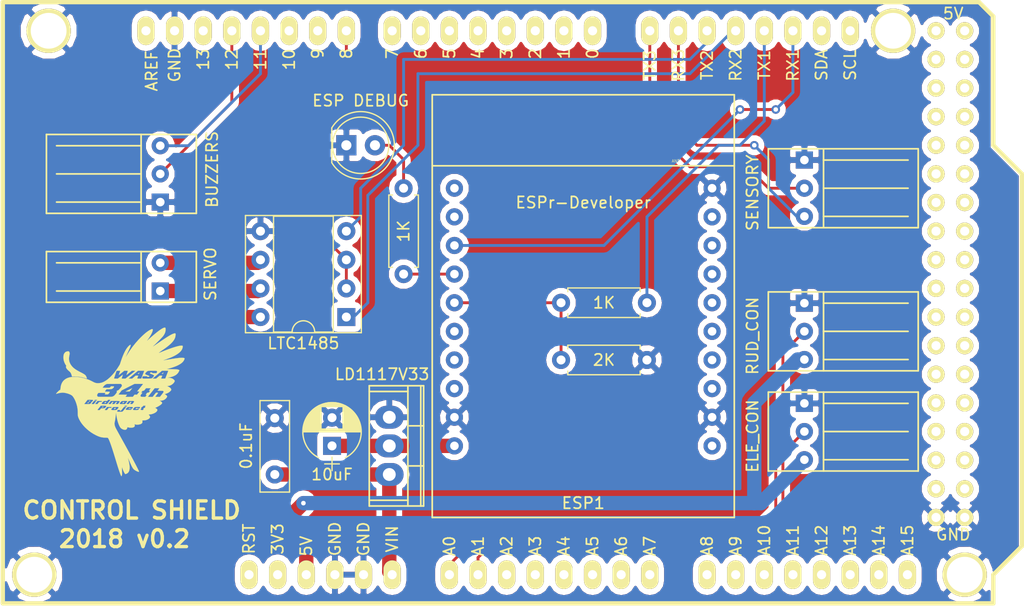
<source format=kicad_pcb>
(kicad_pcb (version 4) (host pcbnew 4.0.4-stable)
  (layers (0 F.Cu signal) (31 B.Cu signal) (34 B.Paste user) (35 F.Paste user) (36 B.SilkS user) (37 F.SilkS user) (38 B.Mask user) (39 F.Mask user) (44 Edge.Cuts user))
  (net 0 "")
  (net 1 "Net-(SHIELD1-Pad20)")
  (net 2 "Net-(SHIELD1-Pad21)")
  (net 3 "Net-(SHIELD1-PadAD15)")
  (net 4 "Net-(SHIELD1-PadAD14)")
  (net 5 "Net-(SHIELD1-PadAD13)")
  (net 6 "Net-(SHIELD1-PadAD12)")
  (net 7 "Net-(SHIELD1-PadAD8)")
  (net 8 "Net-(SHIELD1-PadAD7)")
  (net 9 "Net-(SHIELD1-PadAD6)")
  (net 10 "Net-(SHIELD1-PadAD9)")
  (net 11 "Net-(SHIELD1-PadAD10)")
  (net 12 "Net-(SHIELD1-PadAD11)")
  (net 13 "Net-(SHIELD1-PadAD5)")
  (net 14 "Net-(SHIELD1-PadAD4)")
  (net 15 "Net-(SHIELD1-PadAD3)")
  (net 16 "Net-(SHIELD1-PadAD2)")
  (net 17 "Net-(SHIELD1-Pad3V3)")
  (net 18 "Net-(SHIELD1-PadRST)")
  (net 19 "Net-(SHIELD1-Pad0)")
  (net 20 "Net-(SHIELD1-Pad1)")
  (net 21 "Net-(SHIELD1-Pad2)")
  (net 22 "Net-(SHIELD1-Pad3)")
  (net 23 "Net-(SHIELD1-Pad4)")
  (net 24 "Net-(SHIELD1-Pad5)")
  (net 25 "Net-(SHIELD1-Pad6)")
  (net 26 "Net-(SHIELD1-Pad7)")
  (net 27 "Net-(SHIELD1-Pad9)")
  (net 28 "Net-(SHIELD1-Pad10)")
  (net 29 "Net-(SHIELD1-Pad13)")
  (net 30 "Net-(SHIELD1-PadAREF)")
  (net 31 "Net-(SHIELD1-Pad22)")
  (net 32 "Net-(SHIELD1-Pad23)")
  (net 33 "Net-(SHIELD1-Pad24)")
  (net 34 "Net-(SHIELD1-Pad25)")
  (net 35 "Net-(SHIELD1-Pad26)")
  (net 36 "Net-(SHIELD1-Pad27)")
  (net 37 "Net-(SHIELD1-Pad28)")
  (net 38 "Net-(SHIELD1-Pad29)")
  (net 39 "Net-(SHIELD1-Pad5V_4)")
  (net 40 "Net-(SHIELD1-Pad5V_5)")
  (net 41 "Net-(SHIELD1-Pad31)")
  (net 42 "Net-(SHIELD1-Pad30)")
  (net 43 "Net-(SHIELD1-Pad32)")
  (net 44 "Net-(SHIELD1-Pad33)")
  (net 45 "Net-(SHIELD1-Pad34)")
  (net 46 "Net-(SHIELD1-Pad35)")
  (net 47 "Net-(SHIELD1-Pad36)")
  (net 48 "Net-(SHIELD1-Pad37)")
  (net 49 "Net-(SHIELD1-Pad38)")
  (net 50 "Net-(SHIELD1-Pad39)")
  (net 51 "Net-(SHIELD1-Pad40)")
  (net 52 "Net-(SHIELD1-Pad41)")
  (net 53 "Net-(SHIELD1-Pad42)")
  (net 54 "Net-(SHIELD1-Pad43)")
  (net 55 "Net-(SHIELD1-Pad44)")
  (net 56 "Net-(SHIELD1-Pad45)")
  (net 57 "Net-(SHIELD1-Pad46)")
  (net 58 "Net-(SHIELD1-Pad47)")
  (net 59 "Net-(SHIELD1-Pad48)")
  (net 60 "Net-(SHIELD1-Pad49)")
  (net 61 "Net-(SHIELD1-Pad50)")
  (net 62 "Net-(SHIELD1-Pad51)")
  (net 63 "Net-(SHIELD1-Pad52)")
  (net 64 "Net-(SHIELD1-Pad53)")
  (net 65 VIN)
  (net 66 GND)
  (net 67 REG_3V3)
  (net 68 "Net-(D1-Pad2)")
  (net 69 "Net-(ESP1-Pad1)")
  (net 70 "Net-(ESP1-Pad2)")
  (net 71 ESP_RX)
  (net 72 ESP_LED)
  (net 73 ESP_TX3V3)
  (net 74 "Net-(ESP1-Pad6)")
  (net 75 "Net-(ESP1-Pad7)")
  (net 76 "Net-(ESP1-Pad8)")
  (net 77 "Net-(ESP1-Pad12)")
  (net 78 "Net-(ESP1-Pad13)")
  (net 79 "Net-(ESP1-Pad14)")
  (net 80 "Net-(ESP1-Pad15)")
  (net 81 "Net-(ESP1-Pad16)")
  (net 82 "Net-(ESP1-Pad17)")
  (net 83 "Net-(ESP1-Pad18)")
  (net 84 "Net-(ESP1-Pad20)")
  (net 85 RUD_SIG)
  (net 86 5V)
  (net 87 ELE_SIG)
  (net 88 A)
  (net 89 B)
  (net 90 BUZZER1)
  (net 91 BUZZER2)
  (net 92 SENSOR_TX)
  (net 93 SENSOR_RX)
  (net 94 ESP_TX5V)
  (net 95 SERVO_TX)
  (net 96 SERVO_RX)
  (net 97 SERVO_EN)
  (module MyLib:ARDUINO_MEGA_SHIELD_94.49x53.34 (layer F.Cu) (at 149.86 91.44)
    (fp_text reference "CONTROL SHIELD" (at 11.43 -8.255) (layer F.SilkS) (effects (font (thickness 0.3048))))
    (fp_text value ARDUINO_MEGA_SHIELD hide)
    (fp_text user GND (at 84.328 -6.096) (layer F.SilkS))
    (fp_text user 5V (at 84.328 -52.324) (layer F.SilkS))
    (fp_text user SCL (at 75.184 -47.752 90) (layer F.SilkS))
    (fp_text user SDA (at 72.644 -47.752 90) (layer F.SilkS))
    (fp_text user RX1 (at 70.104 -47.752 90) (layer F.SilkS))
    (fp_text user TX1 (at 67.564 -47.752 90) (layer F.SilkS))
    (fp_text user RX2 (at 65.024 -47.752 90) (layer F.SilkS))
    (fp_text user TX2 (at 62.484 -47.752 90) (layer F.SilkS))
    (fp_text user RX3 (at 59.944 -47.752 90) (layer F.SilkS))
    (fp_text user TX3 (at 57.404 -47.752 90) (layer F.SilkS))
    (fp_text user 0 (at 52.324 -48.768 90) (layer F.SilkS))
    (fp_text user 1 (at 49.784 -48.768 90) (layer F.SilkS))
    (fp_text user 2 (at 47.244 -48.768 90) (layer F.SilkS))
    (fp_text user 3 (at 44.704 -48.768 90) (layer F.SilkS))
    (fp_text user 4 (at 42.164 -48.768 90) (layer F.SilkS))
    (fp_text user 5 (at 39.624 -48.768 90) (layer F.SilkS))
    (fp_text user 6 (at 37.084 -48.768 90) (layer F.SilkS))
    (fp_text user 7 (at 34.544 -48.768 90) (layer F.SilkS))
    (fp_text user 8 (at 30.48 -48.768 90) (layer F.SilkS))
    (fp_text user 9 (at 27.94 -48.768 90) (layer F.SilkS))
    (fp_text user 10 (at 25.4 -48.26 90) (layer F.SilkS))
    (fp_text user 11 (at 22.86 -48.26 90) (layer F.SilkS))
    (fp_text user 12 (at 20.32 -48.26 90) (layer F.SilkS))
    (fp_text user 13 (at 17.78 -48.26 90) (layer F.SilkS))
    (fp_text user GND (at 15.24 -47.752 90) (layer F.SilkS))
    (fp_text user AREF (at 13.208 -47.244 90) (layer F.SilkS))
    (fp_text user A15 (at 80.264 -5.588 90) (layer F.SilkS))
    (fp_text user A14 (at 77.724 -5.588 90) (layer F.SilkS))
    (fp_text user A13 (at 75.184 -5.588 90) (layer F.SilkS))
    (fp_text user A12 (at 72.644 -5.588 90) (layer F.SilkS))
    (fp_text user A11 (at 70.104 -5.588 90) (layer F.SilkS))
    (fp_text user A10 (at 67.564 -5.588 90) (layer F.SilkS))
    (fp_text user A9 (at 65.024 -5.08 90) (layer F.SilkS))
    (fp_text user A8 (at 62.484 -5.08 90) (layer F.SilkS))
    (fp_text user A7 (at 57.404 -5.08 90) (layer F.SilkS))
    (fp_text user A6 (at 54.864 -5.08 90) (layer F.SilkS))
    (fp_text user A5 (at 52.324 -5.08 90) (layer F.SilkS))
    (fp_text user A4 (at 49.784 -5.08 90) (layer F.SilkS))
    (fp_text user A3 (at 47.244 -5.08 90) (layer F.SilkS))
    (fp_text user A2 (at 44.704 -5.08 90) (layer F.SilkS))
    (fp_text user A1 (at 42.164 -5.08 90) (layer F.SilkS))
    (fp_text user A0 (at 39.624 -5.08 90) (layer F.SilkS))
    (fp_text user VIN (at 34.544 -5.715 90) (layer F.SilkS))
    (fp_text user GND (at 32.004 -5.715 90) (layer F.SilkS))
    (fp_text user GND (at 29.464 -5.715 90) (layer F.SilkS))
    (fp_text user 5V (at 26.924 -5.08 90) (layer F.SilkS))
    (fp_text user 3V3 (at 24.384 -5.715 90) (layer F.SilkS))
    (fp_text user RST (at 21.844 -5.715 90) (layer F.SilkS))
    (pad 14 thru_hole oval (at 57.404 -50.8 90) (size 2.54 1.524) (drill 0.8128) (layers *.Cu *.Mask F.SilkS) (net 92 SENSOR_TX))
    (pad 15 thru_hole oval (at 59.944 -50.8 90) (size 2.54 1.524) (drill 0.8128) (layers *.Cu *.Mask F.SilkS) (net 93 SENSOR_RX))
    (pad 16 thru_hole oval (at 62.484 -50.8 90) (size 2.54 1.524) (drill 0.8128) (layers *.Cu *.Mask F.SilkS) (net 95 SERVO_TX))
    (pad 17 thru_hole oval (at 65.024 -50.8 90) (size 2.54 1.524) (drill 0.8128) (layers *.Cu *.Mask F.SilkS) (net 96 SERVO_RX))
    (pad 18 thru_hole oval (at 67.564 -50.8 90) (size 2.54 1.524) (drill 0.8128) (layers *.Cu *.Mask F.SilkS) (net 94 ESP_TX5V))
    (pad 19 thru_hole oval (at 70.104 -50.8 90) (size 2.54 1.524) (drill 0.8128) (layers *.Cu *.Mask F.SilkS) (net 71 ESP_RX))
    (pad 20 thru_hole oval (at 72.644 -50.8 90) (size 2.54 1.524) (drill 0.8128) (layers *.Cu *.Mask F.SilkS) (net 1 "Net-(SHIELD1-Pad20)"))
    (pad 21 thru_hole oval (at 75.184 -50.8 90) (size 2.54 1.524) (drill 0.8128) (layers *.Cu *.Mask F.SilkS) (net 2 "Net-(SHIELD1-Pad21)"))
    (pad AD15 thru_hole oval (at 80.264 -2.54 90) (size 2.54 1.524) (drill 0.8128) (layers *.Cu *.Mask F.SilkS) (net 3 "Net-(SHIELD1-PadAD15)"))
    (pad AD14 thru_hole oval (at 77.724 -2.54 90) (size 2.54 1.524) (drill 0.8128) (layers *.Cu *.Mask F.SilkS) (net 4 "Net-(SHIELD1-PadAD14)"))
    (pad AD13 thru_hole oval (at 75.184 -2.54 90) (size 2.54 1.524) (drill 0.8128) (layers *.Cu *.Mask F.SilkS) (net 5 "Net-(SHIELD1-PadAD13)"))
    (pad AD12 thru_hole oval (at 72.644 -2.54 90) (size 2.54 1.524) (drill 0.8128) (layers *.Cu *.Mask F.SilkS) (net 6 "Net-(SHIELD1-PadAD12)"))
    (pad AD8 thru_hole oval (at 62.484 -2.54 90) (size 2.54 1.524) (drill 0.8128) (layers *.Cu *.Mask F.SilkS) (net 7 "Net-(SHIELD1-PadAD8)"))
    (pad AD7 thru_hole oval (at 57.404 -2.54 90) (size 2.54 1.524) (drill 0.8128) (layers *.Cu *.Mask F.SilkS) (net 8 "Net-(SHIELD1-PadAD7)"))
    (pad AD6 thru_hole oval (at 54.864 -2.54 90) (size 2.54 1.524) (drill 0.8128) (layers *.Cu *.Mask F.SilkS) (net 9 "Net-(SHIELD1-PadAD6)"))
    (pad AD9 thru_hole oval (at 65.024 -2.54 90) (size 2.54 1.524) (drill 0.8128) (layers *.Cu *.Mask F.SilkS) (net 10 "Net-(SHIELD1-PadAD9)"))
    (pad AD10 thru_hole oval (at 67.564 -2.54 90) (size 2.54 1.524) (drill 0.8128) (layers *.Cu *.Mask F.SilkS) (net 11 "Net-(SHIELD1-PadAD10)"))
    (pad AD11 thru_hole oval (at 70.104 -2.54 90) (size 2.54 1.524) (drill 0.8128) (layers *.Cu *.Mask F.SilkS) (net 12 "Net-(SHIELD1-PadAD11)"))
    (pad AD5 thru_hole oval (at 52.324 -2.54 90) (size 2.54 1.524) (drill 0.8128) (layers *.Cu *.Mask F.SilkS) (net 13 "Net-(SHIELD1-PadAD5)"))
    (pad AD4 thru_hole oval (at 49.784 -2.54 90) (size 2.54 1.524) (drill 0.8128) (layers *.Cu *.Mask F.SilkS) (net 14 "Net-(SHIELD1-PadAD4)"))
    (pad AD3 thru_hole oval (at 47.244 -2.54 90) (size 2.54 1.524) (drill 0.8128) (layers *.Cu *.Mask F.SilkS) (net 15 "Net-(SHIELD1-PadAD3)"))
    (pad AD0 thru_hole oval (at 39.624 -2.54 90) (size 2.54 1.524) (drill 0.8128) (layers *.Cu *.Mask F.SilkS) (net 85 RUD_SIG))
    (pad AD1 thru_hole oval (at 42.164 -2.54 90) (size 2.54 1.524) (drill 0.8128) (layers *.Cu *.Mask F.SilkS) (net 87 ELE_SIG))
    (pad AD2 thru_hole oval (at 44.704 -2.54 90) (size 2.54 1.524) (drill 0.8128) (layers *.Cu *.Mask F.SilkS) (net 16 "Net-(SHIELD1-PadAD2)"))
    (pad V_IN thru_hole oval (at 34.544 -2.54 90) (size 2.54 1.524) (drill 0.8128) (layers *.Cu *.Mask F.SilkS) (net 65 VIN))
    (pad GND2 thru_hole oval (at 32.004 -2.54 90) (size 2.54 1.524) (drill 0.8128) (layers *.Cu *.Mask F.SilkS) (net 66 GND))
    (pad GND1 thru_hole oval (at 29.464 -2.54 90) (size 2.54 1.524) (drill 0.8128) (layers *.Cu *.Mask F.SilkS) (net 66 GND))
    (pad 3V3 thru_hole oval (at 24.384 -2.54 90) (size 2.54 1.524) (drill 0.8128) (layers *.Cu *.Mask F.SilkS) (net 17 "Net-(SHIELD1-Pad3V3)"))
    (pad RST thru_hole oval (at 21.844 -2.54 90) (size 2.54 1.524) (drill 0.8128) (layers *.Cu *.Mask F.SilkS) (net 18 "Net-(SHIELD1-PadRST)"))
    (pad 0 thru_hole oval (at 52.324 -50.8 90) (size 2.54 1.524) (drill 0.8128) (layers *.Cu *.Mask F.SilkS) (net 19 "Net-(SHIELD1-Pad0)"))
    (pad 1 thru_hole oval (at 49.784 -50.8 90) (size 2.54 1.524) (drill 0.8128) (layers *.Cu *.Mask F.SilkS) (net 20 "Net-(SHIELD1-Pad1)"))
    (pad 2 thru_hole oval (at 47.244 -50.8 90) (size 2.54 1.524) (drill 0.8128) (layers *.Cu *.Mask F.SilkS) (net 21 "Net-(SHIELD1-Pad2)"))
    (pad 3 thru_hole oval (at 44.704 -50.8 90) (size 2.54 1.524) (drill 0.8128) (layers *.Cu *.Mask F.SilkS) (net 22 "Net-(SHIELD1-Pad3)"))
    (pad 4 thru_hole oval (at 42.164 -50.8 90) (size 2.54 1.524) (drill 0.8128) (layers *.Cu *.Mask F.SilkS) (net 23 "Net-(SHIELD1-Pad4)"))
    (pad 5 thru_hole oval (at 39.624 -50.8 90) (size 2.54 1.524) (drill 0.8128) (layers *.Cu *.Mask F.SilkS) (net 24 "Net-(SHIELD1-Pad5)"))
    (pad 6 thru_hole oval (at 37.084 -50.8 90) (size 2.54 1.524) (drill 0.8128) (layers *.Cu *.Mask F.SilkS) (net 25 "Net-(SHIELD1-Pad6)"))
    (pad 7 thru_hole oval (at 34.544 -50.8 90) (size 2.54 1.524) (drill 0.8128) (layers *.Cu *.Mask F.SilkS) (net 26 "Net-(SHIELD1-Pad7)"))
    (pad 8 thru_hole oval (at 30.48 -50.8 90) (size 2.54 1.524) (drill 0.8128) (layers *.Cu *.Mask F.SilkS) (net 97 SERVO_EN))
    (pad 9 thru_hole oval (at 27.94 -50.8 90) (size 2.54 1.524) (drill 0.8128) (layers *.Cu *.Mask F.SilkS) (net 27 "Net-(SHIELD1-Pad9)"))
    (pad 10 thru_hole oval (at 25.4 -50.8 90) (size 2.54 1.524) (drill 0.8128) (layers *.Cu *.Mask F.SilkS) (net 28 "Net-(SHIELD1-Pad10)"))
    (pad 11 thru_hole oval (at 22.86 -50.8 90) (size 2.54 1.524) (drill 0.8128) (layers *.Cu *.Mask F.SilkS) (net 91 BUZZER2))
    (pad 12 thru_hole oval (at 20.32 -50.8 90) (size 2.54 1.524) (drill 0.8128) (layers *.Cu *.Mask F.SilkS) (net 90 BUZZER1))
    (pad 13 thru_hole oval (at 17.78 -50.8 90) (size 2.54 1.524) (drill 0.8128) (layers *.Cu *.Mask F.SilkS) (net 29 "Net-(SHIELD1-Pad13)"))
    (pad GND3 thru_hole oval (at 15.24 -50.8 90) (size 2.54 1.524) (drill 0.8128) (layers *.Cu *.Mask F.SilkS) (net 66 GND))
    (pad AREF thru_hole oval (at 12.7 -50.8 90) (size 2.54 1.524) (drill 0.8128) (layers *.Cu *.Mask F.SilkS) (net 30 "Net-(SHIELD1-PadAREF)"))
    (pad 5V thru_hole oval (at 26.924 -2.54 90) (size 2.54 1.524) (drill 0.8128) (layers *.Cu *.Mask F.SilkS) (net 86 5V))
    (pad GND1 thru_hole circle (at 85.344 -2.54 90) (size 3.937 3.937) (drill 3.175) (layers *.Cu *.Mask F.SilkS) (net 66 GND))
    (pad GND1 thru_hole circle (at 78.994 -50.8 90) (size 3.937 3.937) (drill 3.175) (layers *.Cu *.Mask F.SilkS) (net 66 GND))
    (pad GND1 thru_hole circle (at 4.064 -50.8 90) (size 3.937 3.937) (drill 3.175) (layers *.Cu *.Mask F.SilkS) (net 66 GND))
    (pad GND1 thru_hole circle (at 2.794 -2.54 90) (size 3.937 3.937) (drill 3.175) (layers *.Cu *.Mask F.SilkS) (net 66 GND))
    (pad 22 thru_hole circle (at 82.804 -48.26) (size 1.524 1.524) (drill 0.8128) (layers *.Cu *.Mask F.SilkS) (net 31 "Net-(SHIELD1-Pad22)"))
    (pad 23 thru_hole circle (at 85.344 -48.26) (size 1.524 1.524) (drill 0.8128) (layers *.Cu *.Mask F.SilkS) (net 32 "Net-(SHIELD1-Pad23)"))
    (pad 24 thru_hole circle (at 82.804 -45.72) (size 1.524 1.524) (drill 0.8128) (layers *.Cu *.Mask F.SilkS) (net 33 "Net-(SHIELD1-Pad24)"))
    (pad 25 thru_hole circle (at 85.344 -45.72) (size 1.524 1.524) (drill 0.8128) (layers *.Cu *.Mask F.SilkS) (net 34 "Net-(SHIELD1-Pad25)"))
    (pad 26 thru_hole circle (at 82.804 -43.18) (size 1.524 1.524) (drill 0.8128) (layers *.Cu *.Mask F.SilkS) (net 35 "Net-(SHIELD1-Pad26)"))
    (pad 27 thru_hole circle (at 85.344 -43.18) (size 1.524 1.524) (drill 0.8128) (layers *.Cu *.Mask F.SilkS) (net 36 "Net-(SHIELD1-Pad27)"))
    (pad 28 thru_hole circle (at 82.804 -40.64) (size 1.524 1.524) (drill 0.8128) (layers *.Cu *.Mask F.SilkS) (net 37 "Net-(SHIELD1-Pad28)"))
    (pad 29 thru_hole circle (at 85.344 -40.64) (size 1.524 1.524) (drill 0.8128) (layers *.Cu *.Mask F.SilkS) (net 38 "Net-(SHIELD1-Pad29)"))
    (pad 5V_4 thru_hole circle (at 82.804 -50.8) (size 1.524 1.524) (drill 0.8128) (layers *.Cu *.Mask F.SilkS) (net 39 "Net-(SHIELD1-Pad5V_4)"))
    (pad 5V_5 thru_hole circle (at 85.344 -50.8) (size 1.524 1.524) (drill 0.8128) (layers *.Cu *.Mask F.SilkS) (net 40 "Net-(SHIELD1-Pad5V_5)"))
    (pad 31 thru_hole circle (at 85.344 -38.1) (size 1.524 1.524) (drill 0.8128) (layers *.Cu *.Mask F.SilkS) (net 41 "Net-(SHIELD1-Pad31)"))
    (pad 30 thru_hole circle (at 82.804 -38.1) (size 1.524 1.524) (drill 0.8128) (layers *.Cu *.Mask F.SilkS) (net 42 "Net-(SHIELD1-Pad30)"))
    (pad 32 thru_hole circle (at 82.804 -35.56) (size 1.524 1.524) (drill 0.8128) (layers *.Cu *.Mask F.SilkS) (net 43 "Net-(SHIELD1-Pad32)"))
    (pad 33 thru_hole circle (at 85.344 -35.56) (size 1.524 1.524) (drill 0.8128) (layers *.Cu *.Mask F.SilkS) (net 44 "Net-(SHIELD1-Pad33)"))
    (pad 34 thru_hole circle (at 82.804 -33.02) (size 1.524 1.524) (drill 0.8128) (layers *.Cu *.Mask F.SilkS) (net 45 "Net-(SHIELD1-Pad34)"))
    (pad 35 thru_hole circle (at 85.344 -33.02) (size 1.524 1.524) (drill 0.8128) (layers *.Cu *.Mask F.SilkS) (net 46 "Net-(SHIELD1-Pad35)"))
    (pad 36 thru_hole circle (at 82.804 -30.48) (size 1.524 1.524) (drill 0.8128) (layers *.Cu *.Mask F.SilkS) (net 47 "Net-(SHIELD1-Pad36)"))
    (pad 37 thru_hole circle (at 85.344 -30.48) (size 1.524 1.524) (drill 0.8128) (layers *.Cu *.Mask F.SilkS) (net 48 "Net-(SHIELD1-Pad37)"))
    (pad 38 thru_hole circle (at 82.804 -27.94) (size 1.524 1.524) (drill 0.8128) (layers *.Cu *.Mask F.SilkS) (net 49 "Net-(SHIELD1-Pad38)"))
    (pad 39 thru_hole circle (at 85.344 -27.94) (size 1.524 1.524) (drill 0.8128) (layers *.Cu *.Mask F.SilkS) (net 50 "Net-(SHIELD1-Pad39)"))
    (pad 40 thru_hole circle (at 82.804 -25.4) (size 1.524 1.524) (drill 0.8128) (layers *.Cu *.Mask F.SilkS) (net 51 "Net-(SHIELD1-Pad40)"))
    (pad 41 thru_hole circle (at 85.344 -25.4) (size 1.524 1.524) (drill 0.8128) (layers *.Cu *.Mask F.SilkS) (net 52 "Net-(SHIELD1-Pad41)"))
    (pad 42 thru_hole circle (at 82.804 -22.86) (size 1.524 1.524) (drill 0.8128) (layers *.Cu *.Mask F.SilkS) (net 53 "Net-(SHIELD1-Pad42)"))
    (pad 43 thru_hole circle (at 85.344 -22.86) (size 1.524 1.524) (drill 0.8128) (layers *.Cu *.Mask F.SilkS) (net 54 "Net-(SHIELD1-Pad43)"))
    (pad 44 thru_hole circle (at 82.804 -20.32) (size 1.524 1.524) (drill 0.8128) (layers *.Cu *.Mask F.SilkS) (net 55 "Net-(SHIELD1-Pad44)"))
    (pad 45 thru_hole circle (at 85.344 -20.32) (size 1.524 1.524) (drill 0.8128) (layers *.Cu *.Mask F.SilkS) (net 56 "Net-(SHIELD1-Pad45)"))
    (pad 46 thru_hole circle (at 82.804 -17.78) (size 1.524 1.524) (drill 0.8128) (layers *.Cu *.Mask F.SilkS) (net 57 "Net-(SHIELD1-Pad46)"))
    (pad 47 thru_hole circle (at 85.344 -17.78) (size 1.524 1.524) (drill 0.8128) (layers *.Cu *.Mask F.SilkS) (net 58 "Net-(SHIELD1-Pad47)"))
    (pad 48 thru_hole circle (at 82.804 -15.24) (size 1.524 1.524) (drill 0.8128) (layers *.Cu *.Mask F.SilkS) (net 59 "Net-(SHIELD1-Pad48)"))
    (pad 49 thru_hole circle (at 85.344 -15.24) (size 1.524 1.524) (drill 0.8128) (layers *.Cu *.Mask F.SilkS) (net 60 "Net-(SHIELD1-Pad49)"))
    (pad 50 thru_hole circle (at 82.804 -12.7) (size 1.524 1.524) (drill 0.8128) (layers *.Cu *.Mask F.SilkS) (net 61 "Net-(SHIELD1-Pad50)"))
    (pad 51 thru_hole circle (at 85.344 -12.7) (size 1.524 1.524) (drill 0.8128) (layers *.Cu *.Mask F.SilkS) (net 62 "Net-(SHIELD1-Pad51)"))
    (pad 52 thru_hole circle (at 82.804 -10.16) (size 1.524 1.524) (drill 0.8128) (layers *.Cu *.Mask F.SilkS) (net 63 "Net-(SHIELD1-Pad52)"))
    (pad 53 thru_hole circle (at 85.344 -10.16) (size 1.524 1.524) (drill 0.8128) (layers *.Cu *.Mask F.SilkS) (net 64 "Net-(SHIELD1-Pad53)"))
    (pad GND4 thru_hole circle (at 82.804 -7.62) (size 1.524 1.524) (drill 0.8128) (layers *.Cu *.Mask F.SilkS) (net 66 GND))
    (pad GND5 thru_hole circle (at 85.344 -7.62) (size 1.524 1.524) (drill 0.8128) (layers *.Cu *.Mask F.SilkS) (net 66 GND))
  )
  (module Capacitors_ThroughHole:C_Disc_D8.0mm_W2.5mm_P5.00mm (layer F.Cu) (at 173.99 80.01 90)
    (fp_text reference 0.1uF (at 2.54 -2.54 90) (layer F.SilkS))
    (fp_text value 100nF)
    (pad 1 thru_hole circle (at 0 0 90) (size 1.6 1.6) (drill 0.8) (layers *.Cu *.Mask) (net 65 VIN))
    (pad 2 thru_hole circle (at 5 0 90) (size 1.6 1.6) (drill 0.8) (layers *.Cu *.Mask) (net 66 GND))
  )
  (module Capacitors_ThroughHole:CP_Radial_D5.0mm_P2.50mm (layer F.Cu) (at 179.07 77.47 90)
    (fp_text reference 10uF (at -2.54 0 180) (layer F.SilkS))
    (fp_text value 10uF)
    (pad 1 thru_hole rect (at 0 0 90) (size 1.6 1.6) (drill 0.8) (layers *.Cu *.Mask) (net 67 REG_3V3))
    (pad 2 thru_hole circle (at 2.5 0 90) (size 1.6 1.6) (drill 0.8) (layers *.Cu *.Mask) (net 66 GND))
  )
  (module LEDs:LED_D5.0mm (layer F.Cu) (at 180.34 50.8)
    (fp_text reference "ESP DEBUG" (at 1.27 -3.96) (layer F.SilkS))
    (fp_text value LED)
    (pad 1 thru_hole rect (at 0 0) (size 1.8 1.8) (drill 0.9) (layers *.Cu *.Mask) (net 66 GND))
    (pad 2 thru_hole circle (at 2.54 0) (size 1.8 1.8) (drill 0.9) (layers *.Cu *.Mask) (net 68 "Net-(D1-Pad2)"))
  )
  (module MyLib:ESPr_developer_Footprint (layer F.Cu) (at 187.96 83.82)
    (fp_text reference ESP1 (at 13.4 -1.27) (layer F.SilkS))
    (fp_text value ESP-WROOM-02)
    (fp_text user ANT (at 21.59 -31.62) (layer F.SilkS) (effects (font (size 0.254 0.254) (thickness 0.03175))))
    (fp_text user ESPr-Developer (at 13.4 -27.94) (layer F.SilkS))
    (pad 1 thru_hole circle (at 1.97 -29.21) (size 1.524 1.524) (drill 0.762) (layers *.Cu *.Mask) (net 69 "Net-(ESP1-Pad1)"))
    (pad 2 thru_hole circle (at 1.97 -26.67) (size 1.524 1.524) (drill 0.762) (layers *.Cu *.Mask) (net 70 "Net-(ESP1-Pad2)"))
    (pad 3 thru_hole circle (at 1.97 -24.13) (size 1.524 1.524) (drill 0.762) (layers *.Cu *.Mask) (net 71 ESP_RX))
    (pad 4 thru_hole circle (at 1.97 -21.59) (size 1.524 1.524) (drill 0.762) (layers *.Cu *.Mask) (net 72 ESP_LED))
    (pad 5 thru_hole circle (at 1.97 -19.05) (size 1.524 1.524) (drill 0.762) (layers *.Cu *.Mask) (net 73 ESP_TX3V3))
    (pad 6 thru_hole circle (at 1.97 -16.51) (size 1.524 1.524) (drill 0.762) (layers *.Cu *.Mask) (net 74 "Net-(ESP1-Pad6)"))
    (pad 7 thru_hole circle (at 1.97 -13.97) (size 1.524 1.524) (drill 0.762) (layers *.Cu *.Mask) (net 75 "Net-(ESP1-Pad7)"))
    (pad 8 thru_hole circle (at 1.97 -11.43) (size 1.524 1.524) (drill 0.762) (layers *.Cu *.Mask) (net 76 "Net-(ESP1-Pad8)"))
    (pad 9 thru_hole circle (at 1.97 -8.89) (size 1.524 1.524) (drill 0.762) (layers *.Cu *.Mask) (net 66 GND))
    (pad 10 thru_hole circle (at 1.97 -6.35) (size 1.524 1.524) (drill 0.762) (layers *.Cu *.Mask) (net 67 REG_3V3))
    (pad 11 thru_hole circle (at 24.83 -29.21) (size 1.524 1.524) (drill 0.762) (layers *.Cu *.Mask) (net 66 GND))
    (pad 12 thru_hole circle (at 24.83 -26.67) (size 1.524 1.524) (drill 0.762) (layers *.Cu *.Mask) (net 77 "Net-(ESP1-Pad12)"))
    (pad 13 thru_hole circle (at 24.83 -24.13) (size 1.524 1.524) (drill 0.762) (layers *.Cu *.Mask) (net 78 "Net-(ESP1-Pad13)"))
    (pad 14 thru_hole circle (at 24.83 -21.59) (size 1.524 1.524) (drill 0.762) (layers *.Cu *.Mask) (net 79 "Net-(ESP1-Pad14)"))
    (pad 15 thru_hole circle (at 24.83 -19.05) (size 1.524 1.524) (drill 0.762) (layers *.Cu *.Mask) (net 80 "Net-(ESP1-Pad15)"))
    (pad 16 thru_hole circle (at 24.83 -16.51) (size 1.524 1.524) (drill 0.762) (layers *.Cu *.Mask) (net 81 "Net-(ESP1-Pad16)"))
    (pad 17 thru_hole circle (at 24.83 -13.97) (size 1.524 1.524) (drill 0.762) (layers *.Cu *.Mask) (net 82 "Net-(ESP1-Pad17)"))
    (pad 18 thru_hole circle (at 24.83 -11.43) (size 1.524 1.524) (drill 0.762) (layers *.Cu *.Mask) (net 83 "Net-(ESP1-Pad18)"))
    (pad 19 thru_hole circle (at 24.83 -8.89) (size 1.524 1.524) (drill 0.762) (layers *.Cu *.Mask) (net 66 GND))
    (pad 20 thru_hole circle (at 24.83 -6.35) (size 1.524 1.524) (drill 0.762) (layers *.Cu *.Mask) (net 84 "Net-(ESP1-Pad20)"))
  )
  (module MyLib:Molex-5046-P2.50mm-0x03 (layer F.Cu) (at 220.98 67.31 270)
    (fp_text reference RUD_CON (at 0.4 4.6 270) (layer F.SilkS))
    (fp_text value CONN_01X03)
    (pad 2 thru_hole circle (at 0 0 270) (size 1.524 1.524) (drill 0.762) (layers *.Cu *.Mask) (net 85 RUD_SIG))
    (pad 3 thru_hole circle (at 2.5 0 270) (size 1.524 1.524) (drill 0.762) (layers *.Cu *.Mask) (net 86 5V))
    (pad 1 thru_hole rect (at -2.5 0 270) (size 1.524 1.524) (drill 0.762) (layers *.Cu *.Mask) (net 66 GND))
  )
  (module MyLib:Molex-5046-P2.50mm-0x03 (layer F.Cu) (at 220.98 76.2 270)
    (fp_text reference ELE_CON (at 0.4 4.6 270) (layer F.SilkS))
    (fp_text value CONN_01X03)
    (pad 2 thru_hole circle (at 0 0 270) (size 1.524 1.524) (drill 0.762) (layers *.Cu *.Mask) (net 87 ELE_SIG))
    (pad 3 thru_hole circle (at 2.5 0 270) (size 1.524 1.524) (drill 0.762) (layers *.Cu *.Mask) (net 86 5V))
    (pad 1 thru_hole rect (at -2.5 0 270) (size 1.524 1.524) (drill 0.762) (layers *.Cu *.Mask) (net 66 GND))
  )
  (module MyLib:Molex-5046-P2.50mm-0x02 (layer F.Cu) (at 163.83 62.23 90)
    (fp_text reference SERVO (at 0 4.445 90) (layer F.SilkS))
    (fp_text value CONN_01X02)
    (pad 2 thru_hole circle (at 1 0 90) (size 1.524 1.524) (drill 0.762) (layers *.Cu *.Mask) (net 88 A))
    (pad 1 thru_hole rect (at -1.5 0 90) (size 1.524 1.524) (drill 0.762) (layers *.Cu *.Mask) (net 89 B))
  )
  (module MyLib:Molex-5046-P2.50mm-0x03 (layer F.Cu) (at 163.83 53.34 90)
    (fp_text reference BUZZERS (at 0.4 4.6 90) (layer F.SilkS))
    (fp_text value CONN_01X03)
    (pad 2 thru_hole circle (at 0 0 90) (size 1.524 1.524) (drill 0.762) (layers *.Cu *.Mask) (net 90 BUZZER1))
    (pad 3 thru_hole circle (at 2.5 0 90) (size 1.524 1.524) (drill 0.762) (layers *.Cu *.Mask) (net 91 BUZZER2))
    (pad 1 thru_hole rect (at -2.5 0 90) (size 1.524 1.524) (drill 0.762) (layers *.Cu *.Mask) (net 66 GND))
  )
  (module MyLib:Molex-5046-P2.50mm-0x03 (layer F.Cu) (at 220.98 54.61 270)
    (fp_text reference SENSORY (at 0.4 4.6 270) (layer F.SilkS))
    (fp_text value CONN_01X03)
    (pad 2 thru_hole circle (at 0 0 270) (size 1.524 1.524) (drill 0.762) (layers *.Cu *.Mask) (net 92 SENSOR_TX))
    (pad 3 thru_hole circle (at 2.5 0 270) (size 1.524 1.524) (drill 0.762) (layers *.Cu *.Mask) (net 93 SENSOR_RX))
    (pad 1 thru_hole rect (at -2.5 0 270) (size 1.524 1.524) (drill 0.762) (layers *.Cu *.Mask) (net 66 GND))
  )
  (module Resistors_ThroughHole:R_Axial_DIN0207_L6.3mm_D2.5mm_P7.62mm_Horizontal (layer F.Cu) (at 199.39 64.77)
    (fp_text reference 1K (at 3.81 0) (layer F.SilkS))
    (fp_text value 1K)
    (pad 1 thru_hole circle (at 0 0) (size 1.6 1.6) (drill 0.8) (layers *.Cu *.Mask) (net 73 ESP_TX3V3))
    (pad 2 thru_hole oval (at 7.62 0) (size 1.6 1.6) (drill 0.8) (layers *.Cu *.Mask) (net 94 ESP_TX5V))
  )
  (module Resistors_ThroughHole:R_Axial_DIN0207_L6.3mm_D2.5mm_P7.62mm_Horizontal (layer F.Cu) (at 207.01 69.85 180)
    (fp_text reference 2K (at 3.81 0 180) (layer F.SilkS))
    (fp_text value 2K)
    (pad 1 thru_hole circle (at 0 0 180) (size 1.6 1.6) (drill 0.8) (layers *.Cu *.Mask) (net 66 GND))
    (pad 2 thru_hole oval (at 7.62 0 180) (size 1.6 1.6) (drill 0.8) (layers *.Cu *.Mask) (net 73 ESP_TX3V3))
  )
  (module Resistors_ThroughHole:R_Axial_DIN0207_L6.3mm_D2.5mm_P7.62mm_Horizontal (layer F.Cu) (at 185.42 62.23 90)
    (fp_text reference 1K (at 3.81 0 90) (layer F.SilkS))
    (fp_text value 1K)
    (pad 1 thru_hole circle (at 0 0 90) (size 1.6 1.6) (drill 0.8) (layers *.Cu *.Mask) (net 72 ESP_LED))
    (pad 2 thru_hole oval (at 7.62 0 90) (size 1.6 1.6) (drill 0.8) (layers *.Cu *.Mask) (net 68 "Net-(D1-Pad2)"))
  )
  (module Power_Integrations:TO-220 (layer F.Cu) (at 184.15 77.47 270)
    (fp_text reference LD1117V33 (at -6.35 0.635 360) (layer F.SilkS))
    (fp_text value LD1117V33)
    (pad 2 thru_hole oval (at 0 0 270) (size 2.032 2.54) (drill 1.143) (layers *.Cu *.Mask) (net 67 REG_3V3))
    (pad 3 thru_hole oval (at 2.54 0 270) (size 2.032 2.54) (drill 1.143) (layers *.Cu *.Mask) (net 65 VIN))
    (pad 1 thru_hole oval (at -2.54 0 270) (size 2.032 2.54) (drill 1.143) (layers *.Cu *.Mask) (net 66 GND))
  )
  (module Housings_DIP:DIP-8_W7.62mm_Socket (layer F.Cu) (at 180.34 66.04 180)
    (fp_text reference LTC1485 (at 3.81 -2.33 180) (layer F.SilkS))
    (fp_text value LTC1485)
    (pad 1 thru_hole rect (at 0 0 180) (size 1.6 1.6) (drill 0.8) (layers *.Cu *.Mask) (net 96 SERVO_RX))
    (pad 5 thru_hole oval (at 7.62 7.62 180) (size 1.6 1.6) (drill 0.8) (layers *.Cu *.Mask) (net 66 GND))
    (pad 2 thru_hole oval (at 0 2.54 180) (size 1.6 1.6) (drill 0.8) (layers *.Cu *.Mask) (net 97 SERVO_EN))
    (pad 6 thru_hole oval (at 7.62 5.08 180) (size 1.6 1.6) (drill 0.8) (layers *.Cu *.Mask) (net 88 A))
    (pad 3 thru_hole oval (at 0 5.08 180) (size 1.6 1.6) (drill 0.8) (layers *.Cu *.Mask) (net 97 SERVO_EN))
    (pad 7 thru_hole oval (at 7.62 2.54 180) (size 1.6 1.6) (drill 0.8) (layers *.Cu *.Mask) (net 89 B))
    (pad 4 thru_hole oval (at 0 7.62 180) (size 1.6 1.6) (drill 0.8) (layers *.Cu *.Mask) (net 95 SERVO_TX))
    (pad 8 thru_hole oval (at 7.62 0 180) (size 1.6 1.6) (drill 0.8) (layers *.Cu *.Mask) (net 86 5V))
  )
  (module MyLib:back_logo (layer F.Cu) (at 160.02 73.66)
    (fp_text reference G*** hide)
    (fp_text value LOGO hide)
  )
  (gr_text "2018 v0.2" (at 160.655 85.725) (layer F.SilkS) (effects (font (size 1.5 1.5) (thickness 0.3))))
  (segment (start 173.99 80.01) (end 184.15 80.01) (width 1.27) (layer F.Cu) (net 65))
  (segment (start 184.15 80.01) (end 184.15 88.646) (width 1.27) (layer F.Cu) (net 65))
  (segment (start 184.15 88.646) (end 184.404 88.9) (width 1.27) (layer F.Cu) (net 65))
  (segment (start 179.07 77.47) (end 184.15 77.47) (width 1.27) (layer F.Cu) (net 67))
  (segment (start 184.15 77.47) (end 189.93 77.47) (width 1.27) (layer F.Cu) (net 67))
  (segment (start 185.42 52.07) (end 185.42 54.61) (width 0.254) (layer F.Cu) (net 68))
  (segment (start 184.15 50.8) (end 185.42 52.07) (width 0.254) (layer F.Cu) (net 68))
  (segment (start 182.88 50.8) (end 184.15 50.8) (width 0.254) (layer F.Cu) (net 68))
  (segment (start 203.2 59.69) (end 189.93 59.69) (width 0.254) (layer B.Cu) (net 71))
  (segment (start 215.265 47.625) (end 203.2 59.69) (width 0.254) (layer B.Cu) (net 71))
  (via (at 215.265 47.625) (size 0.762) (drill 0.4064) (layers F.Cu B.Cu) (net 71))
  (segment (start 218.44 47.625) (end 215.265 47.625) (width 0.254) (layer F.Cu) (net 71))
  (via (at 218.44 47.625) (size 0.762) (drill 0.4064) (layers F.Cu B.Cu) (net 71))
  (segment (start 219.964 40.64) (end 219.964 46.101) (width 0.254) (layer B.Cu) (net 71))
  (segment (start 219.964 46.101) (end 218.44 47.625) (width 0.254) (layer B.Cu) (net 71))
  (segment (start 185.42 62.23) (end 189.93 62.23) (width 0.254) (layer F.Cu) (net 72))
  (segment (start 199.39 64.77) (end 199.39 69.85) (width 0.254) (layer F.Cu) (net 73))
  (segment (start 189.93 64.77) (end 199.39 64.77) (width 0.254) (layer F.Cu) (net 73))
  (segment (start 189.484 88.9) (end 189.484 88.011) (width 0.254) (layer F.Cu) (net 85))
  (segment (start 189.484 88.011) (end 193.04 84.455) (width 0.254) (layer F.Cu) (net 85))
  (segment (start 193.04 84.455) (end 217.17 84.455) (width 0.254) (layer F.Cu) (net 85))
  (segment (start 217.17 84.455) (end 218.44 83.185) (width 0.254) (layer F.Cu) (net 85))
  (segment (start 218.44 83.185) (end 218.44 77.47) (width 0.254) (layer F.Cu) (net 85))
  (segment (start 218.44 77.47) (end 219.075 76.835) (width 0.254) (layer F.Cu) (net 85))
  (segment (start 219.075 76.835) (end 219.075 69.215) (width 0.254) (layer F.Cu) (net 85))
  (segment (start 219.075 69.215) (end 220.98 67.31) (width 0.254) (layer F.Cu) (net 85))
  (segment (start 216.535 82.55) (end 217.13 82.55) (width 1.27) (layer B.Cu) (net 86))
  (segment (start 217.13 82.55) (end 220.98 78.7) (width 1.27) (layer B.Cu) (net 86))
  (segment (start 175.26 83.82) (end 176.53 82.55) (width 1.27) (layer F.Cu) (net 86))
  (segment (start 216.535 73.66) (end 220.385 69.81) (width 1.27) (layer B.Cu) (net 86))
  (segment (start 216.535 82.55) (end 216.535 73.66) (width 1.27) (layer B.Cu) (net 86))
  (segment (start 176.53 82.55) (end 216.535 82.55) (width 1.27) (layer B.Cu) (net 86))
  (via (at 176.53 82.55) (size 0.762) (drill 0.4064) (layers F.Cu B.Cu) (net 86))
  (segment (start 220.385 69.81) (end 220.98 69.81) (width 1.27) (layer B.Cu) (net 86))
  (segment (start 176.784 88.9) (end 176.784 85.344) (width 1.27) (layer F.Cu) (net 86))
  (segment (start 176.784 85.344) (end 175.26 83.82) (width 1.27) (layer F.Cu) (net 86))
  (segment (start 170.18 66.04) (end 172.72 66.04) (width 1.27) (layer F.Cu) (net 86))
  (segment (start 170.18 83.82) (end 175.26 83.82) (width 1.27) (layer F.Cu) (net 86))
  (segment (start 170.18 66.04) (end 170.18 83.82) (width 1.27) (layer F.Cu) (net 86))
  (segment (start 192.024 88.9) (end 192.024 87.376) (width 0.254) (layer F.Cu) (net 87))
  (segment (start 192.024 87.376) (end 194.31 85.09) (width 0.254) (layer F.Cu) (net 87))
  (segment (start 219.075 78.105) (end 220.98 76.2) (width 0.254) (layer F.Cu) (net 87))
  (segment (start 219.075 83.185) (end 219.075 78.105) (width 0.254) (layer F.Cu) (net 87))
  (segment (start 217.17 85.09) (end 219.075 83.185) (width 0.254) (layer F.Cu) (net 87))
  (segment (start 194.31 85.09) (end 217.17 85.09) (width 0.254) (layer F.Cu) (net 87))
  (segment (start 163.83 61.23) (end 172.45 61.23) (width 1.27) (layer F.Cu) (net 88))
  (segment (start 172.45 61.23) (end 172.72 60.96) (width 1.27) (layer F.Cu) (net 88))
  (segment (start 163.83 63.73) (end 172.49 63.73) (width 1.27) (layer F.Cu) (net 89))
  (segment (start 172.49 63.73) (end 172.72 63.5) (width 1.27) (layer F.Cu) (net 89))
  (segment (start 170.18 40.64) (end 170.18 46.99) (width 0.254) (layer F.Cu) (net 90))
  (segment (start 170.18 46.99) (end 163.83 53.34) (width 0.254) (layer F.Cu) (net 90))
  (segment (start 172.72 40.64) (end 172.72 44.45) (width 0.254) (layer B.Cu) (net 91))
  (segment (start 172.72 44.45) (end 166.33 50.84) (width 0.254) (layer B.Cu) (net 91))
  (segment (start 166.33 50.84) (end 163.83 50.84) (width 0.254) (layer B.Cu) (net 91))
  (segment (start 207.264 40.64) (end 207.264 49.149) (width 0.254) (layer F.Cu) (net 92))
  (segment (start 207.264 49.149) (end 210.82 52.705) (width 0.254) (layer F.Cu) (net 92))
  (segment (start 217.805 54.61) (end 220.98 54.61) (width 0.254) (layer F.Cu) (net 92))
  (segment (start 215.9 52.705) (end 217.805 54.61) (width 0.254) (layer F.Cu) (net 92))
  (segment (start 210.82 52.705) (end 215.9 52.705) (width 0.254) (layer F.Cu) (net 92))
  (via (at 216.535 50.8) (size 0.762) (drill 0.4064) (layers F.Cu B.Cu) (net 93))
  (segment (start 209.804 40.64) (end 209.804 49.149) (width 0.254) (layer F.Cu) (net 93))
  (segment (start 211.455 50.8) (end 216.535 50.8) (width 0.254) (layer F.Cu) (net 93))
  (segment (start 209.804 49.149) (end 211.455 50.8) (width 0.254) (layer F.Cu) (net 93))
  (segment (start 217.805 54.61) (end 220.305 57.11) (width 0.254) (layer B.Cu) (net 93))
  (segment (start 217.805 52.07) (end 217.805 54.61) (width 0.254) (layer B.Cu) (net 93))
  (segment (start 216.535 50.8) (end 217.805 52.07) (width 0.254) (layer B.Cu) (net 93))
  (segment (start 220.305 57.11) (end 220.98 57.11) (width 0.254) (layer B.Cu) (net 93))
  (segment (start 217.424 40.64) (end 217.424 48.641) (width 0.254) (layer B.Cu) (net 94))
  (segment (start 217.424 48.641) (end 215.265 50.8) (width 0.254) (layer B.Cu) (net 94))
  (segment (start 207.01 57.15) (end 207.01 64.77) (width 0.254) (layer B.Cu) (net 94))
  (segment (start 213.36 50.8) (end 207.01 57.15) (width 0.254) (layer B.Cu) (net 94))
  (segment (start 215.265 50.8) (end 213.36 50.8) (width 0.254) (layer B.Cu) (net 94))
  (segment (start 185.42 50.8) (end 181.61 54.61) (width 0.254) (layer B.Cu) (net 95))
  (segment (start 185.42 50.8) (end 185.42 43.18) (width 0.254) (layer B.Cu) (net 95))
  (segment (start 185.42 43.18) (end 210.82 43.18) (width 0.254) (layer B.Cu) (net 95))
  (segment (start 212.344 41.656) (end 210.82 43.18) (width 0.254) (layer B.Cu) (net 95))
  (segment (start 181.61 57.15) (end 180.34 58.42) (width 0.254) (layer B.Cu) (net 95))
  (segment (start 181.61 54.61) (end 181.61 57.15) (width 0.254) (layer B.Cu) (net 95))
  (segment (start 212.344 41.656) (end 212.344 40.64) (width 0.254) (layer B.Cu) (net 95))
  (segment (start 186.69 50.8) (end 182.245 55.245) (width 0.254) (layer B.Cu) (net 96))
  (segment (start 214.63 40.64) (end 210.82 44.45) (width 0.254) (layer B.Cu) (net 96))
  (segment (start 210.82 44.45) (end 186.69 44.45) (width 0.254) (layer B.Cu) (net 96))
  (segment (start 186.69 44.45) (end 186.69 50.8) (width 0.254) (layer B.Cu) (net 96))
  (segment (start 214.884 40.64) (end 214.63 40.64) (width 0.254) (layer B.Cu) (net 96))
  (segment (start 182.245 64.77) (end 180.975 66.04) (width 0.254) (layer B.Cu) (net 96))
  (segment (start 182.245 55.245) (end 182.245 64.77) (width 0.254) (layer B.Cu) (net 96))
  (segment (start 180.975 66.04) (end 180.34 66.04) (width 0.254) (layer B.Cu) (net 96))
  (segment (start 180.34 46.99) (end 177.8 49.53) (width 0.254) (layer F.Cu) (net 97))
  (segment (start 180.34 40.64) (end 180.34 46.99) (width 0.254) (layer F.Cu) (net 97))
  (segment (start 177.8 52.07) (end 177.8 58.42) (width 0.254) (layer F.Cu) (net 97))
  (segment (start 177.8 49.53) (end 177.8 52.07) (width 0.254) (layer F.Cu) (net 97))
  (segment (start 177.8 58.42) (end 180.34 60.96) (width 0.254) (layer F.Cu) (net 97))
  (segment (start 180.34 60.96) (end 180.34 63.5) (width 0.254) (layer F.Cu) (net 97))
  (zone (net 66) (net_name GND) (layer B.Cu) (connect_pads (clearance 0.508)) (min_thickness 0.254) (fill yes (arc_segments 16) (thermal_gap 0.508) (thermal_bridge_width 0.508))
    (polygon (pts (xy 237.5 39) (xy 237.5 51) (xy 240 53.5) (xy 240 86.5) (xy 237.5 89) (xy 237.5 91.5) (xy 150 91.5) (xy 150 38) (xy 236.5 38)))
  )
  (zone (net 66) (net_name GND) (layer F.Cu) (connect_pads (clearance 0.508)) (min_thickness 0.254) (fill yes (arc_segments 16) (thermal_gap 0.508) (thermal_bridge_width 0.508))
    (polygon (pts (xy 237.5 39) (xy 237.5 51) (xy 240 53.5) (xy 240 86.5) (xy 237.5 89) (xy 237.5 91.5) (xy 150 91.5) (xy 150 38) (xy 236.5 38)))
  )
)
</source>
